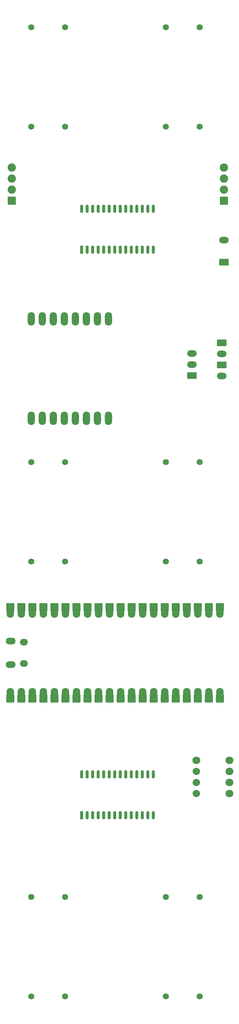
<source format=gts>
G04 Layer: TopSolderMaskLayer*
G04 EasyEDA v6.5.22, 2022-11-17 17:56:15*
G04 bd1838edf7794fe9965007c2dd97f0f2,c41f2f61388c4f97afb2f396c9cd50e1,10*
G04 Gerber Generator version 0.2*
G04 Scale: 100 percent, Rotated: No, Reflected: No *
G04 Dimensions in inches *
G04 leading zeros omitted , absolute positions ,3 integer and 6 decimal *
%FSLAX36Y36*%
%MOIN*%

%AMMACRO1*1,1,$1,$2,$3*1,1,$1,$4,$5*1,1,$1,0-$2,0-$3*1,1,$1,0-$4,0-$5*20,1,$1,$2,$3,$4,$5,0*20,1,$1,$4,$5,0-$2,0-$3,0*20,1,$1,0-$2,0-$3,0-$4,0-$5,0*20,1,$1,0-$4,0-$5,$2,$3,0*4,1,4,$2,$3,$4,$5,0-$2,0-$3,0-$4,0-$5,$2,$3,0*%
%ADD10MACRO1,0.008X-0.0315X-0.0315X-0.0315X0.0315*%
%ADD11MACRO1,0.004X-0.0315X-0.0315X-0.0315X0.0315*%
%ADD12C,0.0670*%
%ADD13O,0.09067699999999998X0.059181*%
%ADD14O,0.072961X0.059181*%
%ADD15MACRO1,0.008X0.04X0.025X0.04X-0.025*%
%ADD16O,0.08800000000000001X0.057999999999999996*%
%ADD17MACRO1,0.008X-0.04X-0.025X-0.04X0.025*%
%ADD18C,0.0555*%
%ADD19C,0.0749*%
%ADD20MACRO1,0.008X0.0335X-0.0335X-0.0335X-0.0335*%
%ADD21MACRO1,0.008X-0.0335X0.0335X0.0335X0.0335*%
%ADD22O,0.064X0.124*%
%ADD23C,0.0710*%
%ADD24C,0.0710*%
%ADD25O,0.02762X0.07487*%
%ADD26MACRO1,0.004X-0.0118X-0.0355X-0.0118X0.0355*%
%ADD27MACRO1,0.004X-0.0118X-0.0354X-0.0118X0.0354*%
%ADD28C,0.0116*%

%LPD*%
D10*
G01*
X701182Y3035852D03*
D11*
G01*
X701182Y3067549D03*
D10*
G01*
X601182Y3035852D03*
D11*
G01*
X601182Y3067549D03*
D10*
G01*
X2501183Y3035856D03*
D11*
G01*
X2501183Y3067549D03*
D10*
G01*
X801183Y3035852D03*
D11*
G01*
X801183Y3067549D03*
D10*
G01*
X901183Y3035852D03*
D11*
G01*
X901183Y3067549D03*
D10*
G01*
X1001183Y3035852D03*
D11*
G01*
X1001183Y3067549D03*
D10*
G01*
X1101183Y3035852D03*
D11*
G01*
X1101183Y3067549D03*
D10*
G01*
X1201183Y3035852D03*
D11*
G01*
X1201183Y3067549D03*
D10*
G01*
X1301183Y3035852D03*
D11*
G01*
X1301183Y3067549D03*
D10*
G01*
X1401183Y3035852D03*
D11*
G01*
X1401183Y3067549D03*
D10*
G01*
X1501183Y3035852D03*
D11*
G01*
X1501183Y3067549D03*
D10*
G01*
X1601183Y3035852D03*
D11*
G01*
X1601183Y3067549D03*
D10*
G01*
X1701183Y3035852D03*
D11*
G01*
X1701183Y3067549D03*
D10*
G01*
X1801183Y3035852D03*
D11*
G01*
X1801183Y3067549D03*
D10*
G01*
X1901183Y3035852D03*
D11*
G01*
X1901183Y3067549D03*
D10*
G01*
X2001183Y3035852D03*
D11*
G01*
X2001183Y3067549D03*
D10*
G01*
X2101183Y3035852D03*
D11*
G01*
X2101183Y3067549D03*
D10*
G01*
X2201183Y3035852D03*
D11*
G01*
X2201183Y3067549D03*
D10*
G01*
X2301183Y3035852D03*
D11*
G01*
X2301183Y3067549D03*
D10*
G01*
X2401183Y3035852D03*
D11*
G01*
X2401183Y3067549D03*
D10*
G01*
X2401183Y3862632D03*
G01*
X2301183Y3862632D03*
G01*
X2201183Y3862632D03*
G01*
X2101183Y3862632D03*
G01*
X2001183Y3862632D03*
G01*
X1901183Y3862632D03*
G01*
X1801183Y3862632D03*
G01*
X1701183Y3862632D03*
G01*
X1601183Y3862632D03*
G01*
X1501183Y3862632D03*
G01*
X1401183Y3862632D03*
G01*
X1301183Y3862632D03*
G01*
X1201183Y3862632D03*
G01*
X1101183Y3862632D03*
G01*
X1001183Y3862632D03*
G01*
X901183Y3862632D03*
G01*
X801183Y3862632D03*
G01*
X2501183Y3862632D03*
G01*
X601182Y3862632D03*
G01*
X701182Y3862632D03*
D11*
G01*
X2401183Y3830935D03*
G01*
X2301183Y3830935D03*
G01*
X2201183Y3830935D03*
G01*
X2101183Y3830935D03*
G01*
X2001183Y3830935D03*
G01*
X1901183Y3830935D03*
G01*
X1801183Y3830935D03*
G01*
X1701183Y3830935D03*
G01*
X1601183Y3830935D03*
G01*
X1501183Y3830935D03*
G01*
X1401183Y3830935D03*
G01*
X1301183Y3830935D03*
G01*
X1201183Y3830935D03*
G01*
X1101183Y3830935D03*
G01*
X1001183Y3830935D03*
G01*
X901183Y3830935D03*
G01*
X801183Y3830935D03*
G01*
X2501183Y3830935D03*
G01*
X601182Y3830935D03*
G01*
X701182Y3830935D03*
D12*
G01*
X701179Y3099240D03*
G01*
X601179Y3099240D03*
G01*
X2501180Y3099240D03*
G01*
X801180Y3099240D03*
G01*
X901180Y3099240D03*
G01*
X1001180Y3099240D03*
G01*
X1101180Y3099240D03*
G01*
X1201180Y3099240D03*
G01*
X1301180Y3099240D03*
G01*
X1401180Y3099240D03*
G01*
X1501180Y3099240D03*
G01*
X1601180Y3099240D03*
G01*
X1701180Y3099240D03*
G01*
X1801180Y3099240D03*
G01*
X1901180Y3099240D03*
G01*
X2001180Y3099240D03*
G01*
X2101180Y3099240D03*
G01*
X2201180Y3099240D03*
G01*
X2301180Y3099240D03*
G01*
X2401180Y3099240D03*
G01*
X601179Y3799240D03*
G01*
X2401180Y3799240D03*
G01*
X2301180Y3799240D03*
G01*
X2201180Y3799240D03*
G01*
X2101180Y3799240D03*
G01*
X2001180Y3799240D03*
G01*
X1901180Y3799240D03*
G01*
X1801180Y3799240D03*
G01*
X1701180Y3799240D03*
G01*
X1601180Y3799240D03*
G01*
X1501180Y3799240D03*
G01*
X1401180Y3799240D03*
G01*
X1301180Y3799240D03*
G01*
X1201180Y3799240D03*
G01*
X1101180Y3799240D03*
G01*
X1001180Y3799240D03*
G01*
X901180Y3799240D03*
G01*
X801180Y3799240D03*
G01*
X2501180Y3799240D03*
G01*
X701179Y3799240D03*
D13*
G01*
X606300Y3341559D03*
G01*
X606300Y3556129D03*
D14*
G01*
X725590Y3353370D03*
G01*
X725590Y3544319D03*
D15*
G01*
X2539399Y6986599D03*
D16*
G01*
X2539399Y7186599D03*
D17*
G01*
X2519686Y6255909D03*
D16*
G01*
X2519690Y6155909D03*
D17*
G01*
X2519686Y6055909D03*
D16*
G01*
X2519690Y5955909D03*
G01*
X2248029Y6157480D03*
G01*
X2248029Y6057480D03*
D17*
G01*
X2248032Y5957483D03*
D18*
G01*
X792190Y337429D03*
G01*
X1097690Y337429D03*
G01*
X792190Y1237429D03*
G01*
X1097690Y1237429D03*
G01*
X2012590Y1237429D03*
G01*
X2318090Y1237429D03*
G01*
X2012590Y337429D03*
G01*
X2318090Y337429D03*
G01*
X792190Y4274440D03*
G01*
X1097690Y4274440D03*
G01*
X792190Y5174440D03*
G01*
X1097690Y5174440D03*
G01*
X2012590Y5174440D03*
G01*
X2318090Y5174440D03*
G01*
X2012590Y4274440D03*
G01*
X2318090Y4274440D03*
G01*
X792190Y8211450D03*
G01*
X1097690Y8211450D03*
G01*
X792190Y9111450D03*
G01*
X1097690Y9111450D03*
G01*
X2012590Y9111450D03*
G01*
X2318090Y9111450D03*
G01*
X2012590Y8211450D03*
G01*
X2318090Y8211450D03*
D19*
G01*
X616529Y7840949D03*
G01*
X616529Y7740949D03*
G01*
X616529Y7640949D03*
D20*
G01*
X616534Y7540943D03*
D21*
G01*
X2540945Y7540948D03*
D19*
G01*
X2540950Y7640949D03*
G01*
X2540950Y7740949D03*
G01*
X2540950Y7840949D03*
D22*
G01*
X1491729Y6473620D03*
G01*
X1391729Y6473620D03*
G01*
X1291729Y6473620D03*
G01*
X1191729Y6473620D03*
G01*
X1091729Y6473620D03*
G01*
X991729Y6473620D03*
G01*
X891729Y6473620D03*
G01*
X791729Y6473620D03*
G01*
X791729Y5573620D03*
G01*
X891729Y5573620D03*
G01*
X991729Y5573620D03*
G01*
X1091729Y5573620D03*
G01*
X1191729Y5573620D03*
G01*
X1291729Y5573620D03*
G01*
X1391729Y5573620D03*
G01*
X1491729Y5573620D03*
D23*
G01*
X2290950Y2475990D03*
D12*
G01*
X2290950Y2375990D03*
G01*
X2290950Y2275990D03*
G01*
X2290950Y2175990D03*
D24*
G01*
X2590950Y2175990D03*
G01*
X2590950Y2275990D03*
G01*
X2590950Y2375990D03*
G01*
X2590950Y2475990D03*
D25*
G01*
X1899799Y2350349D03*
G01*
X1849799Y2350349D03*
G01*
X1799799Y2350349D03*
G01*
X1749799Y2350349D03*
G01*
X1699799Y2350349D03*
G01*
X1649799Y2350349D03*
G01*
X1599799Y2350349D03*
G01*
X1549799Y2350349D03*
G01*
X1499799Y2350349D03*
G01*
X1449799Y2350349D03*
G01*
X1399799Y2350349D03*
G01*
X1349799Y2350349D03*
G01*
X1299799Y2350349D03*
G01*
X1249799Y2350349D03*
G01*
X1899799Y1980270D03*
G01*
X1849799Y1980270D03*
G01*
X1799799Y1980270D03*
G01*
X1749799Y1980270D03*
G01*
X1699799Y1980270D03*
G01*
X1649799Y1980270D03*
G01*
X1599799Y1980270D03*
G01*
X1549799Y1980270D03*
G01*
X1499799Y1980270D03*
G01*
X1449799Y1980270D03*
G01*
X1399799Y1980270D03*
G01*
X1349799Y1980270D03*
G01*
X1299799Y1980270D03*
D26*
G01*
X1249802Y1980304D03*
D25*
G01*
X1899799Y7468460D03*
G01*
X1849799Y7468460D03*
G01*
X1799799Y7468460D03*
G01*
X1749799Y7468460D03*
G01*
X1699799Y7468460D03*
G01*
X1649799Y7468460D03*
G01*
X1599799Y7468460D03*
G01*
X1549799Y7468460D03*
G01*
X1499799Y7468460D03*
G01*
X1449799Y7468460D03*
G01*
X1399799Y7468460D03*
G01*
X1349799Y7468460D03*
G01*
X1299799Y7468460D03*
G01*
X1249799Y7468460D03*
G01*
X1899799Y7098380D03*
G01*
X1849799Y7098380D03*
G01*
X1799799Y7098380D03*
G01*
X1749799Y7098380D03*
G01*
X1699799Y7098380D03*
G01*
X1649799Y7098380D03*
G01*
X1599799Y7098380D03*
G01*
X1549799Y7098380D03*
G01*
X1499799Y7098380D03*
G01*
X1449799Y7098380D03*
G01*
X1399799Y7098380D03*
G01*
X1349799Y7098380D03*
G01*
X1299799Y7098380D03*
D27*
G01*
X1249802Y7098414D03*
M02*

</source>
